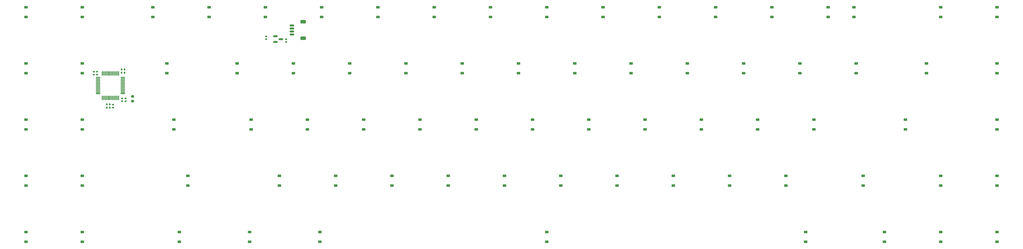
<source format=gbr>
%TF.GenerationSoftware,KiCad,Pcbnew,(7.99.0-267-g8440d7258b)*%
%TF.CreationDate,2024-01-28T22:05:12-08:00*%
%TF.ProjectId,379,3337392e-6b69-4636-9164-5f7063625858,rev?*%
%TF.SameCoordinates,Original*%
%TF.FileFunction,Paste,Bot*%
%TF.FilePolarity,Positive*%
%FSLAX46Y46*%
G04 Gerber Fmt 4.6, Leading zero omitted, Abs format (unit mm)*
G04 Created by KiCad (PCBNEW (7.99.0-267-g8440d7258b)) date 2024-01-28 22:05:12*
%MOMM*%
%LPD*%
G01*
G04 APERTURE LIST*
G04 Aperture macros list*
%AMRoundRect*
0 Rectangle with rounded corners*
0 $1 Rounding radius*
0 $2 $3 $4 $5 $6 $7 $8 $9 X,Y pos of 4 corners*
0 Add a 4 corners polygon primitive as box body*
4,1,4,$2,$3,$4,$5,$6,$7,$8,$9,$2,$3,0*
0 Add four circle primitives for the rounded corners*
1,1,$1+$1,$2,$3*
1,1,$1+$1,$4,$5*
1,1,$1+$1,$6,$7*
1,1,$1+$1,$8,$9*
0 Add four rect primitives between the rounded corners*
20,1,$1+$1,$2,$3,$4,$5,0*
20,1,$1+$1,$4,$5,$6,$7,0*
20,1,$1+$1,$6,$7,$8,$9,0*
20,1,$1+$1,$8,$9,$2,$3,0*%
G04 Aperture macros list end*
%ADD10RoundRect,0.140000X-0.140000X-0.170000X0.140000X-0.170000X0.140000X0.170000X-0.140000X0.170000X0*%
%ADD11RoundRect,0.225000X0.375000X-0.225000X0.375000X0.225000X-0.375000X0.225000X-0.375000X-0.225000X0*%
%ADD12RoundRect,0.140000X0.170000X-0.140000X0.170000X0.140000X-0.170000X0.140000X-0.170000X-0.140000X0*%
%ADD13RoundRect,0.140000X-0.170000X0.140000X-0.170000X-0.140000X0.170000X-0.140000X0.170000X0.140000X0*%
%ADD14RoundRect,0.150000X-0.625000X0.150000X-0.625000X-0.150000X0.625000X-0.150000X0.625000X0.150000X0*%
%ADD15RoundRect,0.250000X-0.650000X0.350000X-0.650000X-0.350000X0.650000X-0.350000X0.650000X0.350000X0*%
%ADD16RoundRect,0.075000X0.075000X-0.662500X0.075000X0.662500X-0.075000X0.662500X-0.075000X-0.662500X0*%
%ADD17RoundRect,0.075000X0.662500X-0.075000X0.662500X0.075000X-0.662500X0.075000X-0.662500X-0.075000X0*%
%ADD18RoundRect,0.150000X-0.587500X-0.150000X0.587500X-0.150000X0.587500X0.150000X-0.587500X0.150000X0*%
%ADD19RoundRect,0.200000X-0.275000X0.200000X-0.275000X-0.200000X0.275000X-0.200000X0.275000X0.200000X0*%
G04 APERTURE END LIST*
D10*
%TO.C,C8*%
X60714517Y-63279394D03*
X61674517Y-63279394D03*
%TD*%
D11*
%TO.C,D69*%
X323888500Y-108700000D03*
X323888500Y-105400000D03*
%TD*%
%TO.C,D56*%
X266738500Y-32500000D03*
X266738500Y-29200000D03*
%TD*%
%TO.C,D68*%
X342938500Y-89650000D03*
X342938500Y-86350000D03*
%TD*%
%TO.C,D12*%
X81001000Y-51550000D03*
X81001000Y-48250000D03*
%TD*%
%TO.C,D40*%
X204826000Y-70600000D03*
X204826000Y-67300000D03*
%TD*%
%TO.C,D58*%
X281026000Y-70600000D03*
X281026000Y-67300000D03*
%TD*%
%TO.C,D45*%
X223876000Y-70600000D03*
X223876000Y-67300000D03*
%TD*%
%TO.C,D31*%
X161963500Y-51550000D03*
X161963500Y-48250000D03*
%TD*%
%TO.C,D29*%
X157201000Y-89650000D03*
X157201000Y-86350000D03*
%TD*%
%TO.C,D63*%
X300076000Y-70600000D03*
X300076000Y-67300000D03*
%TD*%
%TO.C,D43*%
X209588500Y-32500000D03*
X209588500Y-29200000D03*
%TD*%
%TO.C,D70*%
X313600000Y-32500000D03*
X313600000Y-29200000D03*
%TD*%
%TO.C,D41*%
X214351000Y-89650000D03*
X214351000Y-86350000D03*
%TD*%
D10*
%TO.C,C6*%
X65720000Y-50268630D03*
X66680000Y-50268630D03*
%TD*%
D11*
%TO.C,D20*%
X109000000Y-108700000D03*
X109000000Y-105400000D03*
%TD*%
%TO.C,D30*%
X152438500Y-32500000D03*
X152438500Y-29200000D03*
%TD*%
D12*
%TO.C,C12*%
X114576000Y-40080000D03*
X114576000Y-39120000D03*
%TD*%
D11*
%TO.C,D1*%
X33376000Y-32500000D03*
X33376000Y-29200000D03*
%TD*%
%TO.C,D16*%
X95288500Y-32500000D03*
X95288500Y-29200000D03*
%TD*%
%TO.C,D7*%
X52426000Y-51550000D03*
X52426000Y-48250000D03*
%TD*%
D10*
%TO.C,C3*%
X65720000Y-51400000D03*
X66680000Y-51400000D03*
%TD*%
D11*
%TO.C,D59*%
X290551000Y-89650000D03*
X290551000Y-86350000D03*
%TD*%
D10*
%TO.C,C5*%
X60714517Y-62148023D03*
X61674517Y-62148023D03*
%TD*%
D11*
%TO.C,D66*%
X314363500Y-51550000D03*
X314363500Y-48250000D03*
%TD*%
%TO.C,D62*%
X295313500Y-51550000D03*
X295313500Y-48250000D03*
%TD*%
%TO.C,D21*%
X114338500Y-32500000D03*
X114338500Y-29200000D03*
%TD*%
%TO.C,D13*%
X83382250Y-70600000D03*
X83382250Y-67300000D03*
%TD*%
%TO.C,D33*%
X176251000Y-89650000D03*
X176251000Y-86350000D03*
%TD*%
%TO.C,D67*%
X331032250Y-70600000D03*
X331032250Y-67300000D03*
%TD*%
%TO.C,D8*%
X52426000Y-70600000D03*
X52426000Y-67300000D03*
%TD*%
%TO.C,D19*%
X119101000Y-89650000D03*
X119101000Y-86350000D03*
%TD*%
%TO.C,D46*%
X233401000Y-89650000D03*
X233401000Y-86350000D03*
%TD*%
%TO.C,D64*%
X316744750Y-89650000D03*
X316744750Y-86350000D03*
%TD*%
%TO.C,D27*%
X142913500Y-51550000D03*
X142913500Y-48250000D03*
%TD*%
%TO.C,D10*%
X52426000Y-108700000D03*
X52426000Y-105400000D03*
%TD*%
%TO.C,D48*%
X238163500Y-51550000D03*
X238163500Y-48250000D03*
%TD*%
%TO.C,D49*%
X242926000Y-70600000D03*
X242926000Y-67300000D03*
%TD*%
%TO.C,D17*%
X104813500Y-51550000D03*
X104813500Y-48250000D03*
%TD*%
%TO.C,D22*%
X123863500Y-51550000D03*
X123863500Y-48250000D03*
%TD*%
%TO.C,D38*%
X190538500Y-32500000D03*
X190538500Y-29200000D03*
%TD*%
%TO.C,D74*%
X342938500Y-32500000D03*
X342938500Y-29200000D03*
%TD*%
D12*
%TO.C,C1*%
X56244770Y-52021422D03*
X56244770Y-51061422D03*
%TD*%
D11*
%TO.C,D39*%
X200063500Y-51550000D03*
X200063500Y-48250000D03*
%TD*%
%TO.C,D6*%
X52426000Y-32500000D03*
X52426000Y-29200000D03*
%TD*%
D13*
%TO.C,C4*%
X65861422Y-60112389D03*
X65861422Y-61072389D03*
%TD*%
%TO.C,C7*%
X66992793Y-60112389D03*
X66992793Y-61072389D03*
%TD*%
D11*
%TO.C,D73*%
X342938500Y-108700000D03*
X342938500Y-105400000D03*
%TD*%
%TO.C,D3*%
X33376000Y-70600000D03*
X33376000Y-67300000D03*
%TD*%
%TO.C,D65*%
X304838500Y-32500000D03*
X304838500Y-29200000D03*
%TD*%
%TO.C,D50*%
X252451000Y-89650000D03*
X252451000Y-86350000D03*
%TD*%
%TO.C,D35*%
X181013500Y-51550000D03*
X181013500Y-48250000D03*
%TD*%
%TO.C,D11*%
X76238500Y-32500000D03*
X76238500Y-29200000D03*
%TD*%
%TO.C,D47*%
X228638500Y-32500000D03*
X228638500Y-29200000D03*
%TD*%
%TO.C,D60*%
X297200000Y-108700000D03*
X297200000Y-105400000D03*
%TD*%
%TO.C,D61*%
X285788500Y-32500000D03*
X285788500Y-29200000D03*
%TD*%
%TO.C,D9*%
X52426000Y-89650000D03*
X52426000Y-86350000D03*
%TD*%
%TO.C,D76*%
X361988500Y-70600000D03*
X361988500Y-67300000D03*
%TD*%
%TO.C,D78*%
X361988500Y-108700000D03*
X361988500Y-105400000D03*
%TD*%
%TO.C,D37*%
X195301000Y-89650000D03*
X195301000Y-86350000D03*
%TD*%
D14*
%TO.C,J1*%
X123308500Y-35400000D03*
X123308500Y-36400000D03*
X123308500Y-37400000D03*
X123308500Y-38400000D03*
D15*
X127183500Y-34100000D03*
X127183500Y-39700000D03*
%TD*%
D11*
%TO.C,D54*%
X271501000Y-89650000D03*
X271501000Y-86350000D03*
%TD*%
%TO.C,D5*%
X33376000Y-108700000D03*
X33376000Y-105400000D03*
%TD*%
%TO.C,D32*%
X166726000Y-70600000D03*
X166726000Y-67300000D03*
%TD*%
%TO.C,D14*%
X88144750Y-89650000D03*
X88144750Y-86350000D03*
%TD*%
%TO.C,D72*%
X361988500Y-51550000D03*
X361988500Y-48250000D03*
%TD*%
D16*
%TO.C,U1*%
X64651624Y-59946562D03*
X64151624Y-59946562D03*
X63651624Y-59946562D03*
X63151624Y-59946562D03*
X62651624Y-59946562D03*
X62151624Y-59946562D03*
X61651624Y-59946562D03*
X61151624Y-59946562D03*
X60651624Y-59946562D03*
X60151624Y-59946562D03*
X59651624Y-59946562D03*
X59151624Y-59946562D03*
D17*
X57739124Y-58534062D03*
X57739124Y-58034062D03*
X57739124Y-57534062D03*
X57739124Y-57034062D03*
X57739124Y-56534062D03*
X57739124Y-56034062D03*
X57739124Y-55534062D03*
X57739124Y-55034062D03*
X57739124Y-54534062D03*
X57739124Y-54034062D03*
X57739124Y-53534062D03*
X57739124Y-53034062D03*
D16*
X59151624Y-51621562D03*
X59651624Y-51621562D03*
X60151624Y-51621562D03*
X60651624Y-51621562D03*
X61151624Y-51621562D03*
X61651624Y-51621562D03*
X62151624Y-51621562D03*
X62651624Y-51621562D03*
X63151624Y-51621562D03*
X63651624Y-51621562D03*
X64151624Y-51621562D03*
X64651624Y-51621562D03*
D17*
X66064124Y-53034062D03*
X66064124Y-53534062D03*
X66064124Y-54034062D03*
X66064124Y-54534062D03*
X66064124Y-55034062D03*
X66064124Y-55534062D03*
X66064124Y-56034062D03*
X66064124Y-56534062D03*
X66064124Y-57034062D03*
X66064124Y-57534062D03*
X66064124Y-58034062D03*
X66064124Y-58534062D03*
%TD*%
D11*
%TO.C,D44*%
X219113500Y-51550000D03*
X219113500Y-48250000D03*
%TD*%
%TO.C,D57*%
X276263500Y-51550000D03*
X276263500Y-48250000D03*
%TD*%
%TO.C,D51*%
X247688500Y-32500000D03*
X247688500Y-29200000D03*
%TD*%
%TO.C,D18*%
X109576000Y-70600000D03*
X109576000Y-67300000D03*
%TD*%
%TO.C,D71*%
X338176000Y-51550000D03*
X338176000Y-48250000D03*
%TD*%
D13*
%TO.C,C10*%
X62776000Y-62250000D03*
X62776000Y-63210000D03*
%TD*%
D11*
%TO.C,D77*%
X361988500Y-89650000D03*
X361988500Y-86350000D03*
%TD*%
D12*
%TO.C,C11*%
X121376000Y-41000000D03*
X121376000Y-40040000D03*
%TD*%
%TO.C,C2*%
X57376141Y-52021422D03*
X57376141Y-51061422D03*
%TD*%
D18*
%TO.C,U2*%
X117725000Y-40950000D03*
X117725000Y-39050000D03*
X119600000Y-40000000D03*
%TD*%
D11*
%TO.C,D53*%
X261976000Y-70600000D03*
X261976000Y-67300000D03*
%TD*%
%TO.C,D42*%
X209588500Y-108700000D03*
X209588500Y-105400000D03*
%TD*%
%TO.C,D23*%
X128626000Y-70600000D03*
X128626000Y-67300000D03*
%TD*%
%TO.C,D2*%
X33376000Y-51550000D03*
X33376000Y-48250000D03*
%TD*%
%TO.C,D26*%
X133388500Y-32500000D03*
X133388500Y-29200000D03*
%TD*%
%TO.C,D34*%
X171488500Y-32500000D03*
X171488500Y-29200000D03*
%TD*%
%TO.C,D25*%
X132800000Y-108700000D03*
X132800000Y-105400000D03*
%TD*%
%TO.C,D52*%
X257213500Y-51550000D03*
X257213500Y-48250000D03*
%TD*%
%TO.C,D28*%
X147676000Y-70600000D03*
X147676000Y-67300000D03*
%TD*%
%TO.C,D4*%
X33376000Y-89650000D03*
X33376000Y-86350000D03*
%TD*%
%TO.C,D75*%
X361988500Y-32500000D03*
X361988500Y-29200000D03*
%TD*%
D19*
%TO.C,R1*%
X69376000Y-59425000D03*
X69376000Y-61075000D03*
%TD*%
D11*
%TO.C,D15*%
X85200000Y-108700000D03*
X85200000Y-105400000D03*
%TD*%
%TO.C,D24*%
X138151000Y-89650000D03*
X138151000Y-86350000D03*
%TD*%
%TO.C,D36*%
X185776000Y-70600000D03*
X185776000Y-67300000D03*
%TD*%
M02*

</source>
